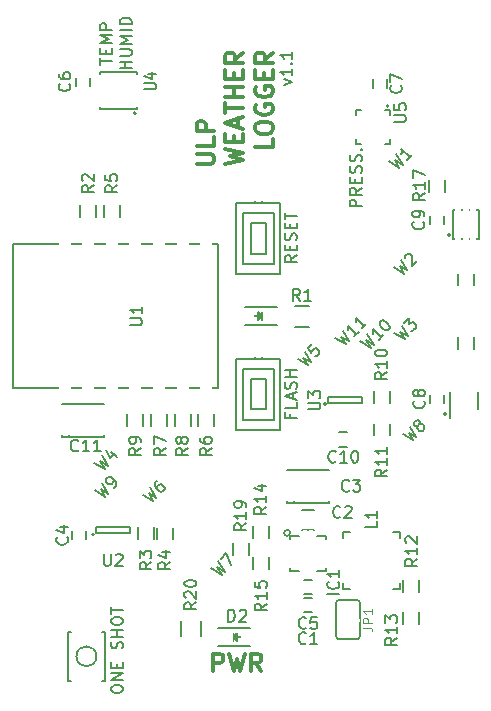
<source format=gto>
G04 #@! TF.FileFunction,Legend,Top*
%FSLAX46Y46*%
G04 Gerber Fmt 4.6, Leading zero omitted, Abs format (unit mm)*
G04 Created by KiCad (PCBNEW 4.0.4-stable) date 2016 December 21, Wednesday 22:04:00*
%MOMM*%
%LPD*%
G01*
G04 APERTURE LIST*
%ADD10C,0.100000*%
%ADD11C,0.300000*%
%ADD12C,0.150000*%
%ADD13C,0.200000*%
%ADD14C,0.127000*%
%ADD15C,0.152400*%
%ADD16C,0.203200*%
%ADD17C,0.120000*%
%ADD18C,0.400000*%
%ADD19O,0.550000X1.000000*%
%ADD20O,1.000000X0.550000*%
%ADD21R,1.040000X0.640000*%
%ADD22R,1.140000X1.390000*%
%ADD23R,2.090720X2.639360*%
%ADD24R,1.338880X1.338880*%
%ADD25R,3.850000X1.350000*%
%ADD26R,1.867200X2.172000*%
%ADD27O,1.867200X2.172000*%
%ADD28R,0.840000X1.440000*%
%ADD29R,0.790000X1.200000*%
%ADD30R,0.940000X0.890000*%
%ADD31R,1.000000X0.800000*%
%ADD32R,1.900000X2.800000*%
%ADD33R,0.890000X0.940000*%
%ADD34R,1.840000X0.940000*%
%ADD35R,1.440000X0.840000*%
%ADD36C,1.640000*%
%ADD37R,1.640000X1.640000*%
%ADD38R,0.990000X0.420000*%
%ADD39R,0.962960X1.340000*%
%ADD40R,0.420000X0.840000*%
%ADD41C,0.724200*%
%ADD42R,0.540000X1.540000*%
%ADD43R,0.540000X1.440000*%
%ADD44R,1.740200X1.308400*%
%ADD45C,2.640000*%
%ADD46C,1.740000*%
%ADD47C,3.000000*%
%ADD48R,1.140000X1.140000*%
G04 APERTURE END LIST*
D10*
D11*
X12478570Y45871428D02*
X13692856Y45871428D01*
X13835713Y45942856D01*
X13907142Y46014285D01*
X13978570Y46157142D01*
X13978570Y46442856D01*
X13907142Y46585714D01*
X13835713Y46657142D01*
X13692856Y46728571D01*
X12478570Y46728571D01*
X13978570Y48157143D02*
X13978570Y47442857D01*
X12478570Y47442857D01*
X13978570Y48657143D02*
X12478570Y48657143D01*
X12478570Y49228571D01*
X12549999Y49371429D01*
X12621428Y49442857D01*
X12764285Y49514286D01*
X12978570Y49514286D01*
X13121428Y49442857D01*
X13192856Y49371429D01*
X13264285Y49228571D01*
X13264285Y48657143D01*
D12*
X19885714Y52571430D02*
X20552381Y52809525D01*
X19885714Y53047621D01*
X20552381Y53952383D02*
X20552381Y53380954D01*
X20552381Y53666668D02*
X19552381Y53666668D01*
X19695238Y53571430D01*
X19790476Y53476192D01*
X19838095Y53380954D01*
X20457143Y54380954D02*
X20504762Y54428573D01*
X20552381Y54380954D01*
X20504762Y54333335D01*
X20457143Y54380954D01*
X20552381Y54380954D01*
X20552381Y55380954D02*
X20552381Y54809525D01*
X20552381Y55095239D02*
X19552381Y55095239D01*
X19695238Y55000001D01*
X19790476Y54904763D01*
X19838095Y54809525D01*
D11*
X14903572Y45885715D02*
X16403572Y46242858D01*
X15332144Y46528572D01*
X16403572Y46814286D01*
X14903572Y47171429D01*
X15617858Y47742858D02*
X15617858Y48242858D01*
X16403572Y48457144D02*
X16403572Y47742858D01*
X14903572Y47742858D01*
X14903572Y48457144D01*
X15975001Y49028572D02*
X15975001Y49742858D01*
X16403572Y48885715D02*
X14903572Y49385715D01*
X16403572Y49885715D01*
X14903572Y50171429D02*
X14903572Y51028572D01*
X16403572Y50600001D02*
X14903572Y50600001D01*
X16403572Y51528572D02*
X14903572Y51528572D01*
X15617858Y51528572D02*
X15617858Y52385715D01*
X16403572Y52385715D02*
X14903572Y52385715D01*
X15617858Y53100001D02*
X15617858Y53600001D01*
X16403572Y53814287D02*
X16403572Y53100001D01*
X14903572Y53100001D01*
X14903572Y53814287D01*
X16403572Y55314287D02*
X15689287Y54814287D01*
X16403572Y54457144D02*
X14903572Y54457144D01*
X14903572Y55028572D01*
X14975001Y55171430D01*
X15046430Y55242858D01*
X15189287Y55314287D01*
X15403572Y55314287D01*
X15546430Y55242858D01*
X15617858Y55171430D01*
X15689287Y55028572D01*
X15689287Y54457144D01*
X18953572Y48028572D02*
X18953572Y47314286D01*
X17453572Y47314286D01*
X17453572Y48814286D02*
X17453572Y49100000D01*
X17525001Y49242858D01*
X17667858Y49385715D01*
X17953572Y49457143D01*
X18453572Y49457143D01*
X18739287Y49385715D01*
X18882144Y49242858D01*
X18953572Y49100000D01*
X18953572Y48814286D01*
X18882144Y48671429D01*
X18739287Y48528572D01*
X18453572Y48457143D01*
X17953572Y48457143D01*
X17667858Y48528572D01*
X17525001Y48671429D01*
X17453572Y48814286D01*
X17525001Y50885715D02*
X17453572Y50742858D01*
X17453572Y50528572D01*
X17525001Y50314287D01*
X17667858Y50171429D01*
X17810715Y50100001D01*
X18096430Y50028572D01*
X18310715Y50028572D01*
X18596430Y50100001D01*
X18739287Y50171429D01*
X18882144Y50314287D01*
X18953572Y50528572D01*
X18953572Y50671429D01*
X18882144Y50885715D01*
X18810715Y50957144D01*
X18310715Y50957144D01*
X18310715Y50671429D01*
X17525001Y52385715D02*
X17453572Y52242858D01*
X17453572Y52028572D01*
X17525001Y51814287D01*
X17667858Y51671429D01*
X17810715Y51600001D01*
X18096430Y51528572D01*
X18310715Y51528572D01*
X18596430Y51600001D01*
X18739287Y51671429D01*
X18882144Y51814287D01*
X18953572Y52028572D01*
X18953572Y52171429D01*
X18882144Y52385715D01*
X18810715Y52457144D01*
X18310715Y52457144D01*
X18310715Y52171429D01*
X18167858Y53100001D02*
X18167858Y53600001D01*
X18953572Y53814287D02*
X18953572Y53100001D01*
X17453572Y53100001D01*
X17453572Y53814287D01*
X18953572Y55314287D02*
X18239287Y54814287D01*
X18953572Y54457144D02*
X17453572Y54457144D01*
X17453572Y55028572D01*
X17525001Y55171430D01*
X17596430Y55242858D01*
X17739287Y55314287D01*
X17953572Y55314287D01*
X18096430Y55242858D01*
X18167858Y55171430D01*
X18239287Y55028572D01*
X18239287Y54457144D01*
X13900000Y2921429D02*
X13900000Y4421429D01*
X14471428Y4421429D01*
X14614286Y4350000D01*
X14685714Y4278571D01*
X14757143Y4135714D01*
X14757143Y3921429D01*
X14685714Y3778571D01*
X14614286Y3707143D01*
X14471428Y3635714D01*
X13900000Y3635714D01*
X15257143Y4421429D02*
X15614286Y2921429D01*
X15900000Y3992857D01*
X16185714Y2921429D01*
X16542857Y4421429D01*
X17971429Y2921429D02*
X17471429Y3635714D01*
X17114286Y2921429D02*
X17114286Y4421429D01*
X17685714Y4421429D01*
X17828572Y4350000D01*
X17900000Y4278571D01*
X17971429Y4135714D01*
X17971429Y3921429D01*
X17900000Y3778571D01*
X17828572Y3707143D01*
X17685714Y3635714D01*
X17114286Y3635714D01*
D12*
X20952381Y38147619D02*
X20476190Y37814285D01*
X20952381Y37576190D02*
X19952381Y37576190D01*
X19952381Y37957143D01*
X20000000Y38052381D01*
X20047619Y38100000D01*
X20142857Y38147619D01*
X20285714Y38147619D01*
X20380952Y38100000D01*
X20428571Y38052381D01*
X20476190Y37957143D01*
X20476190Y37576190D01*
X20428571Y38576190D02*
X20428571Y38909524D01*
X20952381Y39052381D02*
X20952381Y38576190D01*
X19952381Y38576190D01*
X19952381Y39052381D01*
X20904762Y39433333D02*
X20952381Y39576190D01*
X20952381Y39814286D01*
X20904762Y39909524D01*
X20857143Y39957143D01*
X20761905Y40004762D01*
X20666667Y40004762D01*
X20571429Y39957143D01*
X20523810Y39909524D01*
X20476190Y39814286D01*
X20428571Y39623809D01*
X20380952Y39528571D01*
X20333333Y39480952D01*
X20238095Y39433333D01*
X20142857Y39433333D01*
X20047619Y39480952D01*
X20000000Y39528571D01*
X19952381Y39623809D01*
X19952381Y39861905D01*
X20000000Y40004762D01*
X20428571Y40433333D02*
X20428571Y40766667D01*
X20952381Y40909524D02*
X20952381Y40433333D01*
X19952381Y40433333D01*
X19952381Y40909524D01*
X19952381Y41195238D02*
X19952381Y41766667D01*
X20952381Y41480952D02*
X19952381Y41480952D01*
X20428571Y24709524D02*
X20428571Y24376190D01*
X20952381Y24376190D02*
X19952381Y24376190D01*
X19952381Y24852381D01*
X20952381Y25709524D02*
X20952381Y25233333D01*
X19952381Y25233333D01*
X20666667Y25995238D02*
X20666667Y26471429D01*
X20952381Y25900000D02*
X19952381Y26233333D01*
X20952381Y26566667D01*
X20904762Y26852381D02*
X20952381Y26995238D01*
X20952381Y27233334D01*
X20904762Y27328572D01*
X20857143Y27376191D01*
X20761905Y27423810D01*
X20666667Y27423810D01*
X20571429Y27376191D01*
X20523810Y27328572D01*
X20476190Y27233334D01*
X20428571Y27042857D01*
X20380952Y26947619D01*
X20333333Y26900000D01*
X20238095Y26852381D01*
X20142857Y26852381D01*
X20047619Y26900000D01*
X20000000Y26947619D01*
X19952381Y27042857D01*
X19952381Y27280953D01*
X20000000Y27423810D01*
X20952381Y27852381D02*
X19952381Y27852381D01*
X20428571Y27852381D02*
X20428571Y28423810D01*
X20952381Y28423810D02*
X19952381Y28423810D01*
D13*
X5252381Y1342857D02*
X5252381Y1533334D01*
X5300000Y1628572D01*
X5395238Y1723810D01*
X5585714Y1771429D01*
X5919048Y1771429D01*
X6109524Y1723810D01*
X6204762Y1628572D01*
X6252381Y1533334D01*
X6252381Y1342857D01*
X6204762Y1247619D01*
X6109524Y1152381D01*
X5919048Y1104762D01*
X5585714Y1104762D01*
X5395238Y1152381D01*
X5300000Y1247619D01*
X5252381Y1342857D01*
X6252381Y2200000D02*
X5252381Y2200000D01*
X6252381Y2771429D01*
X5252381Y2771429D01*
X5728571Y3247619D02*
X5728571Y3580953D01*
X6252381Y3723810D02*
X6252381Y3247619D01*
X5252381Y3247619D01*
X5252381Y3723810D01*
X6204762Y4866667D02*
X6252381Y5009524D01*
X6252381Y5247620D01*
X6204762Y5342858D01*
X6157143Y5390477D01*
X6061905Y5438096D01*
X5966667Y5438096D01*
X5871429Y5390477D01*
X5823810Y5342858D01*
X5776190Y5247620D01*
X5728571Y5057143D01*
X5680952Y4961905D01*
X5633333Y4914286D01*
X5538095Y4866667D01*
X5442857Y4866667D01*
X5347619Y4914286D01*
X5300000Y4961905D01*
X5252381Y5057143D01*
X5252381Y5295239D01*
X5300000Y5438096D01*
X6252381Y5866667D02*
X5252381Y5866667D01*
X5728571Y5866667D02*
X5728571Y6438096D01*
X6252381Y6438096D02*
X5252381Y6438096D01*
X5252381Y7104762D02*
X5252381Y7295239D01*
X5300000Y7390477D01*
X5395238Y7485715D01*
X5585714Y7533334D01*
X5919048Y7533334D01*
X6109524Y7485715D01*
X6204762Y7390477D01*
X6252381Y7295239D01*
X6252381Y7104762D01*
X6204762Y7009524D01*
X6109524Y6914286D01*
X5919048Y6866667D01*
X5585714Y6866667D01*
X5395238Y6914286D01*
X5300000Y7009524D01*
X5252381Y7104762D01*
X5252381Y7819048D02*
X5252381Y8390477D01*
X6252381Y8104762D02*
X5252381Y8104762D01*
D12*
X26452381Y42295238D02*
X25452381Y42295238D01*
X25452381Y42676191D01*
X25500000Y42771429D01*
X25547619Y42819048D01*
X25642857Y42866667D01*
X25785714Y42866667D01*
X25880952Y42819048D01*
X25928571Y42771429D01*
X25976190Y42676191D01*
X25976190Y42295238D01*
X26452381Y43866667D02*
X25976190Y43533333D01*
X26452381Y43295238D02*
X25452381Y43295238D01*
X25452381Y43676191D01*
X25500000Y43771429D01*
X25547619Y43819048D01*
X25642857Y43866667D01*
X25785714Y43866667D01*
X25880952Y43819048D01*
X25928571Y43771429D01*
X25976190Y43676191D01*
X25976190Y43295238D01*
X25928571Y44295238D02*
X25928571Y44628572D01*
X26452381Y44771429D02*
X26452381Y44295238D01*
X25452381Y44295238D01*
X25452381Y44771429D01*
X26404762Y45152381D02*
X26452381Y45295238D01*
X26452381Y45533334D01*
X26404762Y45628572D01*
X26357143Y45676191D01*
X26261905Y45723810D01*
X26166667Y45723810D01*
X26071429Y45676191D01*
X26023810Y45628572D01*
X25976190Y45533334D01*
X25928571Y45342857D01*
X25880952Y45247619D01*
X25833333Y45200000D01*
X25738095Y45152381D01*
X25642857Y45152381D01*
X25547619Y45200000D01*
X25500000Y45247619D01*
X25452381Y45342857D01*
X25452381Y45580953D01*
X25500000Y45723810D01*
X26404762Y46104762D02*
X26452381Y46247619D01*
X26452381Y46485715D01*
X26404762Y46580953D01*
X26357143Y46628572D01*
X26261905Y46676191D01*
X26166667Y46676191D01*
X26071429Y46628572D01*
X26023810Y46580953D01*
X25976190Y46485715D01*
X25928571Y46295238D01*
X25880952Y46200000D01*
X25833333Y46152381D01*
X25738095Y46104762D01*
X25642857Y46104762D01*
X25547619Y46152381D01*
X25500000Y46200000D01*
X25452381Y46295238D01*
X25452381Y46533334D01*
X25500000Y46676191D01*
X26357143Y47104762D02*
X26404762Y47152381D01*
X26452381Y47104762D01*
X26404762Y47057143D01*
X26357143Y47104762D01*
X26452381Y47104762D01*
X4327381Y54290476D02*
X4327381Y54861905D01*
X5327381Y54576190D02*
X4327381Y54576190D01*
X4803571Y55195238D02*
X4803571Y55528572D01*
X5327381Y55671429D02*
X5327381Y55195238D01*
X4327381Y55195238D01*
X4327381Y55671429D01*
X5327381Y56100000D02*
X4327381Y56100000D01*
X5041667Y56433334D01*
X4327381Y56766667D01*
X5327381Y56766667D01*
X5327381Y57242857D02*
X4327381Y57242857D01*
X4327381Y57623810D01*
X4375000Y57719048D01*
X4422619Y57766667D01*
X4517857Y57814286D01*
X4660714Y57814286D01*
X4755952Y57766667D01*
X4803571Y57719048D01*
X4851190Y57623810D01*
X4851190Y57242857D01*
X6977381Y53980953D02*
X5977381Y53980953D01*
X6453571Y53980953D02*
X6453571Y54552382D01*
X6977381Y54552382D02*
X5977381Y54552382D01*
X5977381Y55028572D02*
X6786905Y55028572D01*
X6882143Y55076191D01*
X6929762Y55123810D01*
X6977381Y55219048D01*
X6977381Y55409525D01*
X6929762Y55504763D01*
X6882143Y55552382D01*
X6786905Y55600001D01*
X5977381Y55600001D01*
X6977381Y56076191D02*
X5977381Y56076191D01*
X6691667Y56409525D01*
X5977381Y56742858D01*
X6977381Y56742858D01*
X6977381Y57219048D02*
X5977381Y57219048D01*
X6977381Y57695238D02*
X5977381Y57695238D01*
X5977381Y57933333D01*
X6025000Y58076191D01*
X6120238Y58171429D01*
X6215476Y58219048D01*
X6405952Y58266667D01*
X6548810Y58266667D01*
X6739286Y58219048D01*
X6834524Y58171429D01*
X6929762Y58076191D01*
X6977381Y57933333D01*
X6977381Y57695238D01*
D13*
X28750000Y50800000D02*
G75*
G03X28750000Y50800000I-100000J0D01*
G01*
D14*
X25950000Y50000000D02*
X25950000Y50450000D01*
X25950000Y50450000D02*
X26400000Y50450000D01*
X26400000Y47550000D02*
X25950000Y47550000D01*
X25950000Y47550000D02*
X25950000Y48000000D01*
X28850000Y48000000D02*
X28850000Y47550000D01*
X28850000Y47550000D02*
X28400000Y47550000D01*
X28850000Y50000000D02*
X28850000Y50450000D01*
X28850000Y50450000D02*
X28400000Y50450000D01*
D12*
X29960295Y9636745D02*
X29960295Y10636745D01*
X31310295Y10636745D02*
X31310295Y9636745D01*
X22423595Y16629566D02*
X21423595Y16629566D01*
X21423595Y14929566D02*
X22423595Y14929566D01*
X20717094Y17203000D02*
X20717094Y19997000D01*
X20145594Y17203000D02*
X23701594Y17203000D01*
X23701594Y17203000D02*
X23701594Y19997000D01*
X23701594Y19997000D02*
X20145594Y19997000D01*
X20145594Y19997000D02*
X20145594Y17203000D01*
X19300000Y33750000D02*
X16600000Y33750000D01*
X19300000Y32250000D02*
X16600000Y32250000D01*
X17800000Y33150000D02*
X17800000Y32900000D01*
X17800000Y32900000D02*
X17950000Y33050000D01*
X18050000Y32650000D02*
X18050000Y33350000D01*
X17700000Y33000000D02*
X17350000Y33000000D01*
X18050000Y33000000D02*
X17700000Y32650000D01*
X17700000Y32650000D02*
X17700000Y33350000D01*
X17700000Y33350000D02*
X18050000Y33000000D01*
D14*
X29700000Y14200000D02*
X29700000Y14700000D01*
X29700000Y14700000D02*
X29100000Y14700000D01*
X29700000Y9900000D02*
X29700000Y10400000D01*
X29700000Y9900000D02*
X29100000Y9900000D01*
X24900000Y14200000D02*
X24900000Y14700000D01*
X24900000Y14700000D02*
X25500000Y14700000D01*
X24900000Y9900000D02*
X24900000Y10400000D01*
X24900000Y9900000D02*
X25500000Y9900000D01*
D12*
X22000000Y32125000D02*
X20800000Y32125000D01*
X20800000Y33875000D02*
X22000000Y33875000D01*
X8866594Y15109178D02*
X8866594Y14109178D01*
X7516594Y14109178D02*
X7516594Y15109178D01*
X10471593Y15105847D02*
X10471593Y14105847D01*
X9121593Y14105847D02*
X9121593Y15105847D01*
X4625000Y41400001D02*
X4625000Y42400001D01*
X5975000Y42400001D02*
X5975000Y41400001D01*
X13975000Y24699999D02*
X13975000Y23699999D01*
X12625000Y23699999D02*
X12625000Y24699999D01*
X8624999Y23700001D02*
X8624999Y24700001D01*
X9974999Y24700001D02*
X9974999Y23700001D01*
X11974999Y24700001D02*
X11974999Y23700001D01*
X10624999Y23700001D02*
X10624999Y24700001D01*
X6624999Y23700000D02*
X6624999Y24700000D01*
X7974999Y24700000D02*
X7974999Y23700000D01*
X27475001Y25665543D02*
X27475001Y26665543D01*
X28825001Y26665543D02*
X28825001Y25665543D01*
X27475000Y22908763D02*
X27475000Y23908763D01*
X28825000Y23908763D02*
X28825000Y22908763D01*
X29960294Y6936747D02*
X29960294Y7936747D01*
X31310294Y7936747D02*
X31310294Y6936747D01*
X17248594Y14192821D02*
X17248594Y15192821D01*
X18598594Y15192821D02*
X18598594Y14192821D01*
X17248594Y11592822D02*
X17248594Y12592822D01*
X18598594Y12592822D02*
X18598594Y11592822D01*
X35925000Y36600000D02*
X35925000Y35600000D01*
X34575000Y35600000D02*
X34575000Y36600000D01*
X33525000Y44550000D02*
X33525000Y43550000D01*
X32175000Y43550000D02*
X32175000Y44550000D01*
X34574999Y30250001D02*
X34574999Y31250001D01*
X35924999Y31250001D02*
X35924999Y30250001D01*
X3800000Y14500000D02*
G75*
G03X3800000Y14500000I-100000J0D01*
G01*
X3950000Y15150000D02*
X3950000Y14650000D01*
X6850000Y15150000D02*
X3950000Y15150000D01*
X6850000Y14650000D02*
X6850000Y15150000D01*
X3950000Y14650000D02*
X6850000Y14650000D01*
X23450001Y25565543D02*
G75*
G03X23450001Y25565543I-100000J0D01*
G01*
X23600001Y26115543D02*
X23600001Y25615543D01*
X26500001Y26115543D02*
X23600001Y26115543D01*
X26500001Y25615543D02*
X26500001Y26115543D01*
X23600001Y25615543D02*
X26500001Y25615543D01*
X1693499Y22803001D02*
X1693499Y25597001D01*
X1121999Y22803001D02*
X4677999Y22803001D01*
X4677999Y22803001D02*
X4677999Y25597001D01*
X4677999Y25597001D02*
X1121999Y25597001D01*
X1121999Y25597001D02*
X1121999Y22803001D01*
X22258888Y7959567D02*
X21558888Y7959567D01*
X21558888Y9159567D02*
X22258888Y9159567D01*
X15548594Y12792821D02*
X15548594Y13792821D01*
X16898594Y13792821D02*
X16898594Y12792821D01*
D13*
X7350000Y50199998D02*
G75*
G03X7350000Y50199998I-100000J0D01*
G01*
D15*
X4300000Y50549998D02*
X7400000Y50549998D01*
X4300000Y53649998D02*
X7400000Y53649998D01*
D12*
X7400000Y53499998D02*
X7400000Y53649998D01*
X4300000Y53499998D02*
X4300000Y53649998D01*
X4300000Y50549998D02*
X4300000Y50699998D01*
X7400000Y50549998D02*
X7400000Y50699998D01*
X1900000Y14150000D02*
X1900000Y14850000D01*
X3100000Y14850000D02*
X3100000Y14150000D01*
X22258888Y9459562D02*
X21558888Y9459562D01*
X21558888Y10659562D02*
X22258888Y10659562D01*
X2250000Y52500000D02*
X2250000Y53200000D01*
X3450000Y53200000D02*
X3450000Y52500000D01*
X27400000Y52350000D02*
X27400000Y53050000D01*
X28600000Y53050000D02*
X28600000Y52350000D01*
X32200000Y25650000D02*
X32200000Y26350000D01*
X33400000Y26350000D02*
X33400000Y25650000D01*
X33450002Y41500000D02*
X33450002Y40800000D01*
X32250002Y40800000D02*
X32250002Y41500000D01*
X24550001Y23158761D02*
X25250001Y23158761D01*
X25250001Y21958761D02*
X24550001Y21958761D01*
X1550000Y2100000D02*
X1850000Y2100000D01*
X1550000Y6300000D02*
X1850000Y6300000D01*
X4750000Y2100000D02*
X4450000Y2100000D01*
X4750000Y6300000D02*
X4450000Y6300000D01*
X1550000Y6300000D02*
X1550000Y2100000D01*
X4750000Y6300000D02*
X4750000Y2100000D01*
X4000000Y4200000D02*
G75*
G03X4000000Y4200000I-850000J0D01*
G01*
X14300000Y5100000D02*
X17000000Y5100000D01*
X14300000Y6600000D02*
X17000000Y6600000D01*
X15800000Y5700000D02*
X15800000Y5950000D01*
X15800000Y5950000D02*
X15650000Y5800000D01*
X15550000Y6200000D02*
X15550000Y5500000D01*
X15900000Y5850000D02*
X16250000Y5850000D01*
X15550000Y5850000D02*
X15900000Y6200000D01*
X15900000Y6200000D02*
X15900000Y5500000D01*
X15900000Y5500000D02*
X15550000Y5850000D01*
X12875001Y7149999D02*
X12875001Y5949999D01*
X11125001Y5949999D02*
X11125001Y7149999D01*
D13*
X16400000Y24250000D02*
X16400000Y28550000D01*
X16400000Y28550000D02*
X19000000Y28550000D01*
X19000000Y28550000D02*
X19000000Y24250000D01*
X19000000Y24250000D02*
X16400000Y24250000D01*
X17050000Y25100000D02*
X17050000Y27700000D01*
X17050000Y27700000D02*
X18350000Y27700000D01*
X18350000Y27700000D02*
X18350000Y25100000D01*
X18350000Y25100000D02*
X17050000Y25100000D01*
X17400000Y29400000D02*
X17400000Y30400000D01*
X17400000Y30400000D02*
X18000000Y30400000D01*
X18000000Y30400000D02*
X18000000Y29400000D01*
X17400000Y23400000D02*
X17400000Y22400000D01*
X17400000Y22400000D02*
X18000000Y22400000D01*
X18000000Y22400000D02*
X18000000Y23400000D01*
X15850000Y29400000D02*
X19550000Y29400000D01*
X19550000Y29400000D02*
X19550000Y23400000D01*
X19550000Y23400000D02*
X15850000Y23400000D01*
X15850000Y23400000D02*
X15850000Y29400000D01*
X16400000Y37450000D02*
X16400000Y41750000D01*
X16400000Y41750000D02*
X19000000Y41750000D01*
X19000000Y41750000D02*
X19000000Y37450000D01*
X19000000Y37450000D02*
X16400000Y37450000D01*
X17050000Y38300000D02*
X17050000Y40900000D01*
X17050000Y40900000D02*
X18350000Y40900000D01*
X18350000Y40900000D02*
X18350000Y38300000D01*
X18350000Y38300000D02*
X17050000Y38300000D01*
X17400000Y42600000D02*
X17400000Y43600000D01*
X17400000Y43600000D02*
X18000000Y43600000D01*
X18000000Y43600000D02*
X18000000Y42600000D01*
X17400000Y36600000D02*
X17400000Y35600000D01*
X17400000Y35600000D02*
X18000000Y35600000D01*
X18000000Y35600000D02*
X18000000Y36600000D01*
X15850000Y42600000D02*
X19550000Y42600000D01*
X19550000Y42600000D02*
X19550000Y36600000D01*
X19550000Y36600000D02*
X15850000Y36600000D01*
X15850000Y36600000D02*
X15850000Y42600000D01*
D16*
X20400000Y14150000D02*
X20400000Y14400000D01*
X21150000Y14400000D02*
X20400000Y14400000D01*
X20400000Y14650000D02*
G75*
G03X20400000Y14650000I-250000J0D01*
G01*
X23400000Y14150000D02*
X23400000Y14400000D01*
X23400000Y14400000D02*
X22650000Y14400000D01*
X22650000Y11400000D02*
X23400000Y11400000D01*
X23400000Y11400000D02*
X23400000Y11650000D01*
X20400000Y11650000D02*
X20400000Y11400000D01*
X20400000Y11400000D02*
X21150000Y11400000D01*
D12*
X33961803Y39850000D02*
G75*
G03X33961803Y39850000I-111803J0D01*
G01*
X34150000Y39550000D02*
X34150000Y41950000D01*
X34150000Y41950000D02*
X36350000Y41950000D01*
X36350000Y41950000D02*
X36350000Y39550000D01*
X36350000Y39550000D02*
X34150000Y39550000D01*
X33641421Y24723333D02*
G75*
G03X33641421Y24723333I-141421J0D01*
G01*
X36300000Y25098333D02*
X36300000Y26548333D01*
X33900000Y24373333D02*
X33900000Y26548333D01*
X2625000Y41399999D02*
X2625000Y42399999D01*
X3975000Y42399999D02*
X3975000Y41399999D01*
D15*
X24284000Y5903000D02*
X24284000Y8697000D01*
X26062000Y5649000D02*
G75*
G03X26316000Y5903000I0J254000D01*
G01*
X26316000Y8697000D02*
G75*
G03X26062000Y8951000I-254000J0D01*
G01*
X24284000Y8697000D02*
G75*
G02X24538000Y8951000I254000J0D01*
G01*
X24538000Y5649000D02*
G75*
G02X24284000Y5903000I0J254000D01*
G01*
X24538000Y5649000D02*
X26062000Y5649000D01*
X24538000Y8951000D02*
X26062000Y8951000D01*
X26316000Y8697000D02*
X26316000Y5903000D01*
D12*
X14300000Y26900000D02*
X-3100000Y26900000D01*
X-3100000Y26900000D02*
X-3100000Y39100000D01*
X-3100000Y39100000D02*
X14300000Y39100000D01*
X14300000Y39100000D02*
X14300000Y26900000D01*
X29202381Y49438095D02*
X30011905Y49438095D01*
X30107143Y49485714D01*
X30154762Y49533333D01*
X30202381Y49628571D01*
X30202381Y49819048D01*
X30154762Y49914286D01*
X30107143Y49961905D01*
X30011905Y50009524D01*
X29202381Y50009524D01*
X29202381Y50961905D02*
X29202381Y50485714D01*
X29678571Y50438095D01*
X29630952Y50485714D01*
X29583333Y50580952D01*
X29583333Y50819048D01*
X29630952Y50914286D01*
X29678571Y50961905D01*
X29773810Y51009524D01*
X30011905Y51009524D01*
X30107143Y50961905D01*
X30154762Y50914286D01*
X30202381Y50819048D01*
X30202381Y50580952D01*
X30154762Y50485714D01*
X30107143Y50438095D01*
X31152381Y12457143D02*
X30676190Y12123809D01*
X31152381Y11885714D02*
X30152381Y11885714D01*
X30152381Y12266667D01*
X30200000Y12361905D01*
X30247619Y12409524D01*
X30342857Y12457143D01*
X30485714Y12457143D01*
X30580952Y12409524D01*
X30628571Y12361905D01*
X30676190Y12266667D01*
X30676190Y11885714D01*
X31152381Y13409524D02*
X31152381Y12838095D01*
X31152381Y13123809D02*
X30152381Y13123809D01*
X30295238Y13028571D01*
X30390476Y12933333D01*
X30438095Y12838095D01*
X30247619Y13790476D02*
X30200000Y13838095D01*
X30152381Y13933333D01*
X30152381Y14171429D01*
X30200000Y14266667D01*
X30247619Y14314286D01*
X30342857Y14361905D01*
X30438095Y14361905D01*
X30580952Y14314286D01*
X31152381Y13742857D01*
X31152381Y14361905D01*
X24656929Y16022423D02*
X24609310Y15974804D01*
X24466453Y15927185D01*
X24371215Y15927185D01*
X24228357Y15974804D01*
X24133119Y16070042D01*
X24085500Y16165280D01*
X24037881Y16355756D01*
X24037881Y16498614D01*
X24085500Y16689090D01*
X24133119Y16784328D01*
X24228357Y16879566D01*
X24371215Y16927185D01*
X24466453Y16927185D01*
X24609310Y16879566D01*
X24656929Y16831947D01*
X25037881Y16831947D02*
X25085500Y16879566D01*
X25180738Y16927185D01*
X25418834Y16927185D01*
X25514072Y16879566D01*
X25561691Y16831947D01*
X25609310Y16736709D01*
X25609310Y16641471D01*
X25561691Y16498614D01*
X24990262Y15927185D01*
X25609310Y15927185D01*
X25392223Y18242857D02*
X25344604Y18195238D01*
X25201747Y18147619D01*
X25106509Y18147619D01*
X24963651Y18195238D01*
X24868413Y18290476D01*
X24820794Y18385714D01*
X24773175Y18576190D01*
X24773175Y18719048D01*
X24820794Y18909524D01*
X24868413Y19004762D01*
X24963651Y19100000D01*
X25106509Y19147619D01*
X25201747Y19147619D01*
X25344604Y19100000D01*
X25392223Y19052381D01*
X25725556Y19147619D02*
X26344604Y19147619D01*
X26011270Y18766667D01*
X26154128Y18766667D01*
X26249366Y18719048D01*
X26296985Y18671429D01*
X26344604Y18576190D01*
X26344604Y18338095D01*
X26296985Y18242857D01*
X26249366Y18195238D01*
X26154128Y18147619D01*
X25868413Y18147619D01*
X25773175Y18195238D01*
X25725556Y18242857D01*
X27752381Y15633334D02*
X27752381Y15157143D01*
X26752381Y15157143D01*
X27752381Y16490477D02*
X27752381Y15919048D01*
X27752381Y16204762D02*
X26752381Y16204762D01*
X26895238Y16109524D01*
X26990476Y16014286D01*
X27038095Y15919048D01*
X21233333Y34297620D02*
X20899999Y34773811D01*
X20661904Y34297620D02*
X20661904Y35297620D01*
X21042857Y35297620D01*
X21138095Y35250001D01*
X21185714Y35202382D01*
X21233333Y35107144D01*
X21233333Y34964287D01*
X21185714Y34869049D01*
X21138095Y34821430D01*
X21042857Y34773811D01*
X20661904Y34773811D01*
X22185714Y34297620D02*
X21614285Y34297620D01*
X21899999Y34297620D02*
X21899999Y35297620D01*
X21804761Y35154763D01*
X21709523Y35059525D01*
X21614285Y35011906D01*
X8652381Y12183332D02*
X8176190Y11849998D01*
X8652381Y11611903D02*
X7652381Y11611903D01*
X7652381Y11992856D01*
X7700000Y12088094D01*
X7747619Y12135713D01*
X7842857Y12183332D01*
X7985714Y12183332D01*
X8080952Y12135713D01*
X8128571Y12088094D01*
X8176190Y11992856D01*
X8176190Y11611903D01*
X7652381Y12516665D02*
X7652381Y13135713D01*
X8033333Y12802379D01*
X8033333Y12945237D01*
X8080952Y13040475D01*
X8128571Y13088094D01*
X8223810Y13135713D01*
X8461905Y13135713D01*
X8557143Y13088094D01*
X8604762Y13040475D01*
X8652381Y12945237D01*
X8652381Y12659522D01*
X8604762Y12564284D01*
X8557143Y12516665D01*
X10252380Y12183333D02*
X9776189Y11849999D01*
X10252380Y11611904D02*
X9252380Y11611904D01*
X9252380Y11992857D01*
X9299999Y12088095D01*
X9347618Y12135714D01*
X9442856Y12183333D01*
X9585713Y12183333D01*
X9680951Y12135714D01*
X9728570Y12088095D01*
X9776189Y11992857D01*
X9776189Y11611904D01*
X9585713Y13040476D02*
X10252380Y13040476D01*
X9204761Y12802380D02*
X9919047Y12564285D01*
X9919047Y13183333D01*
X5752381Y44083334D02*
X5276190Y43750000D01*
X5752381Y43511905D02*
X4752381Y43511905D01*
X4752381Y43892858D01*
X4800000Y43988096D01*
X4847619Y44035715D01*
X4942857Y44083334D01*
X5085714Y44083334D01*
X5180952Y44035715D01*
X5228571Y43988096D01*
X5276190Y43892858D01*
X5276190Y43511905D01*
X4752381Y44988096D02*
X4752381Y44511905D01*
X5228571Y44464286D01*
X5180952Y44511905D01*
X5133333Y44607143D01*
X5133333Y44845239D01*
X5180952Y44940477D01*
X5228571Y44988096D01*
X5323810Y45035715D01*
X5561905Y45035715D01*
X5657143Y44988096D01*
X5704762Y44940477D01*
X5752381Y44845239D01*
X5752381Y44607143D01*
X5704762Y44511905D01*
X5657143Y44464286D01*
X13752381Y21833333D02*
X13276190Y21499999D01*
X13752381Y21261904D02*
X12752381Y21261904D01*
X12752381Y21642857D01*
X12800000Y21738095D01*
X12847619Y21785714D01*
X12942857Y21833333D01*
X13085714Y21833333D01*
X13180952Y21785714D01*
X13228571Y21738095D01*
X13276190Y21642857D01*
X13276190Y21261904D01*
X12752381Y22690476D02*
X12752381Y22499999D01*
X12800000Y22404761D01*
X12847619Y22357142D01*
X12990476Y22261904D01*
X13180952Y22214285D01*
X13561905Y22214285D01*
X13657143Y22261904D01*
X13704762Y22309523D01*
X13752381Y22404761D01*
X13752381Y22595238D01*
X13704762Y22690476D01*
X13657143Y22738095D01*
X13561905Y22785714D01*
X13323810Y22785714D01*
X13228571Y22738095D01*
X13180952Y22690476D01*
X13133333Y22595238D01*
X13133333Y22404761D01*
X13180952Y22309523D01*
X13228571Y22261904D01*
X13323810Y22214285D01*
X9852380Y21833335D02*
X9376189Y21500001D01*
X9852380Y21261906D02*
X8852380Y21261906D01*
X8852380Y21642859D01*
X8899999Y21738097D01*
X8947618Y21785716D01*
X9042856Y21833335D01*
X9185713Y21833335D01*
X9280951Y21785716D01*
X9328570Y21738097D01*
X9376189Y21642859D01*
X9376189Y21261906D01*
X8852380Y22166668D02*
X8852380Y22833335D01*
X9852380Y22404763D01*
X11752380Y21833335D02*
X11276189Y21500001D01*
X11752380Y21261906D02*
X10752380Y21261906D01*
X10752380Y21642859D01*
X10799999Y21738097D01*
X10847618Y21785716D01*
X10942856Y21833335D01*
X11085713Y21833335D01*
X11180951Y21785716D01*
X11228570Y21738097D01*
X11276189Y21642859D01*
X11276189Y21261906D01*
X11180951Y22404763D02*
X11133332Y22309525D01*
X11085713Y22261906D01*
X10990475Y22214287D01*
X10942856Y22214287D01*
X10847618Y22261906D01*
X10799999Y22309525D01*
X10752380Y22404763D01*
X10752380Y22595240D01*
X10799999Y22690478D01*
X10847618Y22738097D01*
X10942856Y22785716D01*
X10990475Y22785716D01*
X11085713Y22738097D01*
X11133332Y22690478D01*
X11180951Y22595240D01*
X11180951Y22404763D01*
X11228570Y22309525D01*
X11276189Y22261906D01*
X11371428Y22214287D01*
X11561904Y22214287D01*
X11657142Y22261906D01*
X11704761Y22309525D01*
X11752380Y22404763D01*
X11752380Y22595240D01*
X11704761Y22690478D01*
X11657142Y22738097D01*
X11561904Y22785716D01*
X11371428Y22785716D01*
X11276189Y22738097D01*
X11228570Y22690478D01*
X11180951Y22595240D01*
X7752380Y21833334D02*
X7276189Y21500000D01*
X7752380Y21261905D02*
X6752380Y21261905D01*
X6752380Y21642858D01*
X6799999Y21738096D01*
X6847618Y21785715D01*
X6942856Y21833334D01*
X7085713Y21833334D01*
X7180951Y21785715D01*
X7228570Y21738096D01*
X7276189Y21642858D01*
X7276189Y21261905D01*
X7752380Y22309524D02*
X7752380Y22500000D01*
X7704761Y22595239D01*
X7657142Y22642858D01*
X7514285Y22738096D01*
X7323809Y22785715D01*
X6942856Y22785715D01*
X6847618Y22738096D01*
X6799999Y22690477D01*
X6752380Y22595239D01*
X6752380Y22404762D01*
X6799999Y22309524D01*
X6847618Y22261905D01*
X6942856Y22214286D01*
X7180951Y22214286D01*
X7276189Y22261905D01*
X7323809Y22309524D01*
X7371428Y22404762D01*
X7371428Y22595239D01*
X7323809Y22690477D01*
X7276189Y22738096D01*
X7180951Y22785715D01*
X28602381Y28257143D02*
X28126190Y27923809D01*
X28602381Y27685714D02*
X27602381Y27685714D01*
X27602381Y28066667D01*
X27650000Y28161905D01*
X27697619Y28209524D01*
X27792857Y28257143D01*
X27935714Y28257143D01*
X28030952Y28209524D01*
X28078571Y28161905D01*
X28126190Y28066667D01*
X28126190Y27685714D01*
X28602381Y29209524D02*
X28602381Y28638095D01*
X28602381Y28923809D02*
X27602381Y28923809D01*
X27745238Y28828571D01*
X27840476Y28733333D01*
X27888095Y28638095D01*
X27602381Y29828571D02*
X27602381Y29923810D01*
X27650000Y30019048D01*
X27697619Y30066667D01*
X27792857Y30114286D01*
X27983333Y30161905D01*
X28221429Y30161905D01*
X28411905Y30114286D01*
X28507143Y30066667D01*
X28554762Y30019048D01*
X28602381Y29923810D01*
X28602381Y29828571D01*
X28554762Y29733333D01*
X28507143Y29685714D01*
X28411905Y29638095D01*
X28221429Y29590476D01*
X27983333Y29590476D01*
X27792857Y29638095D01*
X27697619Y29685714D01*
X27650000Y29733333D01*
X27602381Y29828571D01*
X28602381Y20007143D02*
X28126190Y19673809D01*
X28602381Y19435714D02*
X27602381Y19435714D01*
X27602381Y19816667D01*
X27650000Y19911905D01*
X27697619Y19959524D01*
X27792857Y20007143D01*
X27935714Y20007143D01*
X28030952Y19959524D01*
X28078571Y19911905D01*
X28126190Y19816667D01*
X28126190Y19435714D01*
X28602381Y20959524D02*
X28602381Y20388095D01*
X28602381Y20673809D02*
X27602381Y20673809D01*
X27745238Y20578571D01*
X27840476Y20483333D01*
X27888095Y20388095D01*
X28602381Y21911905D02*
X28602381Y21340476D01*
X28602381Y21626190D02*
X27602381Y21626190D01*
X27745238Y21530952D01*
X27840476Y21435714D01*
X27888095Y21340476D01*
X29452381Y5757143D02*
X28976190Y5423809D01*
X29452381Y5185714D02*
X28452381Y5185714D01*
X28452381Y5566667D01*
X28500000Y5661905D01*
X28547619Y5709524D01*
X28642857Y5757143D01*
X28785714Y5757143D01*
X28880952Y5709524D01*
X28928571Y5661905D01*
X28976190Y5566667D01*
X28976190Y5185714D01*
X29452381Y6709524D02*
X29452381Y6138095D01*
X29452381Y6423809D02*
X28452381Y6423809D01*
X28595238Y6328571D01*
X28690476Y6233333D01*
X28738095Y6138095D01*
X28452381Y7042857D02*
X28452381Y7661905D01*
X28833333Y7328571D01*
X28833333Y7471429D01*
X28880952Y7566667D01*
X28928571Y7614286D01*
X29023810Y7661905D01*
X29261905Y7661905D01*
X29357143Y7614286D01*
X29404762Y7566667D01*
X29452381Y7471429D01*
X29452381Y7185714D01*
X29404762Y7090476D01*
X29357143Y7042857D01*
X18375975Y16849964D02*
X17899784Y16516630D01*
X18375975Y16278535D02*
X17375975Y16278535D01*
X17375975Y16659488D01*
X17423594Y16754726D01*
X17471213Y16802345D01*
X17566451Y16849964D01*
X17709308Y16849964D01*
X17804546Y16802345D01*
X17852165Y16754726D01*
X17899784Y16659488D01*
X17899784Y16278535D01*
X18375975Y17802345D02*
X18375975Y17230916D01*
X18375975Y17516630D02*
X17375975Y17516630D01*
X17518832Y17421392D01*
X17614070Y17326154D01*
X17661689Y17230916D01*
X17709308Y18659488D02*
X18375975Y18659488D01*
X17328356Y18421392D02*
X18042642Y18183297D01*
X18042642Y18802345D01*
X18411269Y8657143D02*
X17935078Y8323809D01*
X18411269Y8085714D02*
X17411269Y8085714D01*
X17411269Y8466667D01*
X17458888Y8561905D01*
X17506507Y8609524D01*
X17601745Y8657143D01*
X17744602Y8657143D01*
X17839840Y8609524D01*
X17887459Y8561905D01*
X17935078Y8466667D01*
X17935078Y8085714D01*
X18411269Y9609524D02*
X18411269Y9038095D01*
X18411269Y9323809D02*
X17411269Y9323809D01*
X17554126Y9228571D01*
X17649364Y9133333D01*
X17696983Y9038095D01*
X17411269Y10514286D02*
X17411269Y10038095D01*
X17887459Y9990476D01*
X17839840Y10038095D01*
X17792221Y10133333D01*
X17792221Y10371429D01*
X17839840Y10466667D01*
X17887459Y10514286D01*
X17982698Y10561905D01*
X18220793Y10561905D01*
X18316031Y10514286D01*
X18363650Y10466667D01*
X18411269Y10371429D01*
X18411269Y10133333D01*
X18363650Y10038095D01*
X18316031Y9990476D01*
X31802381Y43407143D02*
X31326190Y43073809D01*
X31802381Y42835714D02*
X30802381Y42835714D01*
X30802381Y43216667D01*
X30850000Y43311905D01*
X30897619Y43359524D01*
X30992857Y43407143D01*
X31135714Y43407143D01*
X31230952Y43359524D01*
X31278571Y43311905D01*
X31326190Y43216667D01*
X31326190Y42835714D01*
X31802381Y44359524D02*
X31802381Y43788095D01*
X31802381Y44073809D02*
X30802381Y44073809D01*
X30945238Y43978571D01*
X31040476Y43883333D01*
X31088095Y43788095D01*
X30802381Y44692857D02*
X30802381Y45359524D01*
X31802381Y44930952D01*
X4638095Y12847619D02*
X4638095Y12038095D01*
X4685714Y11942857D01*
X4733333Y11895238D01*
X4828571Y11847619D01*
X5019048Y11847619D01*
X5114286Y11895238D01*
X5161905Y11942857D01*
X5209524Y12038095D01*
X5209524Y12847619D01*
X5638095Y12752381D02*
X5685714Y12800000D01*
X5780952Y12847619D01*
X6019048Y12847619D01*
X6114286Y12800000D01*
X6161905Y12752381D01*
X6209524Y12657143D01*
X6209524Y12561905D01*
X6161905Y12419048D01*
X5590476Y11847619D01*
X6209524Y11847619D01*
X21952382Y25103638D02*
X22761906Y25103638D01*
X22857144Y25151257D01*
X22904763Y25198876D01*
X22952382Y25294114D01*
X22952382Y25484591D01*
X22904763Y25579829D01*
X22857144Y25627448D01*
X22761906Y25675067D01*
X21952382Y25675067D01*
X21952382Y26056019D02*
X21952382Y26675067D01*
X22333334Y26341733D01*
X22333334Y26484591D01*
X22380953Y26579829D01*
X22428572Y26627448D01*
X22523811Y26675067D01*
X22761906Y26675067D01*
X22857144Y26627448D01*
X22904763Y26579829D01*
X22952382Y26484591D01*
X22952382Y26198876D01*
X22904763Y26103638D01*
X22857144Y26056019D01*
X2457143Y21642857D02*
X2409524Y21595238D01*
X2266667Y21547619D01*
X2171429Y21547619D01*
X2028571Y21595238D01*
X1933333Y21690476D01*
X1885714Y21785714D01*
X1838095Y21976190D01*
X1838095Y22119048D01*
X1885714Y22309524D01*
X1933333Y22404762D01*
X2028571Y22500000D01*
X2171429Y22547619D01*
X2266667Y22547619D01*
X2409524Y22500000D01*
X2457143Y22452381D01*
X3409524Y21547619D02*
X2838095Y21547619D01*
X3123809Y21547619D02*
X3123809Y22547619D01*
X3028571Y22404762D01*
X2933333Y22309524D01*
X2838095Y22261905D01*
X4361905Y21547619D02*
X3790476Y21547619D01*
X4076190Y21547619D02*
X4076190Y22547619D01*
X3980952Y22404762D01*
X3885714Y22309524D01*
X3790476Y22261905D01*
X21733334Y5322857D02*
X21685715Y5275238D01*
X21542858Y5227619D01*
X21447620Y5227619D01*
X21304762Y5275238D01*
X21209524Y5370476D01*
X21161905Y5465714D01*
X21114286Y5656190D01*
X21114286Y5799048D01*
X21161905Y5989524D01*
X21209524Y6084762D01*
X21304762Y6180000D01*
X21447620Y6227619D01*
X21542858Y6227619D01*
X21685715Y6180000D01*
X21733334Y6132381D01*
X22685715Y5227619D02*
X22114286Y5227619D01*
X22400000Y5227619D02*
X22400000Y6227619D01*
X22304762Y6084762D01*
X22209524Y5989524D01*
X22114286Y5941905D01*
X16675975Y15449964D02*
X16199784Y15116630D01*
X16675975Y14878535D02*
X15675975Y14878535D01*
X15675975Y15259488D01*
X15723594Y15354726D01*
X15771213Y15402345D01*
X15866451Y15449964D01*
X16009308Y15449964D01*
X16104546Y15402345D01*
X16152165Y15354726D01*
X16199784Y15259488D01*
X16199784Y14878535D01*
X16675975Y16402345D02*
X16675975Y15830916D01*
X16675975Y16116630D02*
X15675975Y16116630D01*
X15818832Y16021392D01*
X15914070Y15926154D01*
X15961689Y15830916D01*
X16675975Y16878535D02*
X16675975Y17069011D01*
X16628356Y17164250D01*
X16580737Y17211869D01*
X16437880Y17307107D01*
X16247404Y17354726D01*
X15866451Y17354726D01*
X15771213Y17307107D01*
X15723594Y17259488D01*
X15675975Y17164250D01*
X15675975Y16973773D01*
X15723594Y16878535D01*
X15771213Y16830916D01*
X15866451Y16783297D01*
X16104546Y16783297D01*
X16199784Y16830916D01*
X16247404Y16878535D01*
X16295023Y16973773D01*
X16295023Y17164250D01*
X16247404Y17259488D01*
X16199784Y17307107D01*
X16104546Y17354726D01*
X8052381Y52214286D02*
X8861905Y52214286D01*
X8957143Y52257143D01*
X9004762Y52300000D01*
X9052381Y52385714D01*
X9052381Y52557143D01*
X9004762Y52642857D01*
X8957143Y52685714D01*
X8861905Y52728571D01*
X8052381Y52728571D01*
X8385714Y53542857D02*
X9052381Y53542857D01*
X8004762Y53328571D02*
X8719048Y53114286D01*
X8719048Y53671428D01*
X1507143Y14283334D02*
X1554762Y14235715D01*
X1602381Y14092858D01*
X1602381Y13997620D01*
X1554762Y13854762D01*
X1459524Y13759524D01*
X1364286Y13711905D01*
X1173810Y13664286D01*
X1030952Y13664286D01*
X840476Y13711905D01*
X745238Y13759524D01*
X650000Y13854762D01*
X602381Y13997620D01*
X602381Y14092858D01*
X650000Y14235715D01*
X697619Y14283334D01*
X935714Y15140477D02*
X1602381Y15140477D01*
X554762Y14902381D02*
X1269048Y14664286D01*
X1269048Y15283334D01*
X21733334Y6622857D02*
X21685715Y6575238D01*
X21542858Y6527619D01*
X21447620Y6527619D01*
X21304762Y6575238D01*
X21209524Y6670476D01*
X21161905Y6765714D01*
X21114286Y6956190D01*
X21114286Y7099048D01*
X21161905Y7289524D01*
X21209524Y7384762D01*
X21304762Y7480000D01*
X21447620Y7527619D01*
X21542858Y7527619D01*
X21685715Y7480000D01*
X21733334Y7432381D01*
X22638096Y7527619D02*
X22161905Y7527619D01*
X22114286Y7051429D01*
X22161905Y7099048D01*
X22257143Y7146667D01*
X22495239Y7146667D01*
X22590477Y7099048D01*
X22638096Y7051429D01*
X22685715Y6956190D01*
X22685715Y6718095D01*
X22638096Y6622857D01*
X22590477Y6575238D01*
X22495239Y6527619D01*
X22257143Y6527619D01*
X22161905Y6575238D01*
X22114286Y6622857D01*
X1707143Y52683334D02*
X1754762Y52635715D01*
X1802381Y52492858D01*
X1802381Y52397620D01*
X1754762Y52254762D01*
X1659524Y52159524D01*
X1564286Y52111905D01*
X1373810Y52064286D01*
X1230952Y52064286D01*
X1040476Y52111905D01*
X945238Y52159524D01*
X850000Y52254762D01*
X802381Y52397620D01*
X802381Y52492858D01*
X850000Y52635715D01*
X897619Y52683334D01*
X802381Y53540477D02*
X802381Y53350000D01*
X850000Y53254762D01*
X897619Y53207143D01*
X1040476Y53111905D01*
X1230952Y53064286D01*
X1611905Y53064286D01*
X1707143Y53111905D01*
X1754762Y53159524D01*
X1802381Y53254762D01*
X1802381Y53445239D01*
X1754762Y53540477D01*
X1707143Y53588096D01*
X1611905Y53635715D01*
X1373810Y53635715D01*
X1278571Y53588096D01*
X1230952Y53540477D01*
X1183333Y53445239D01*
X1183333Y53254762D01*
X1230952Y53159524D01*
X1278571Y53111905D01*
X1373810Y53064286D01*
X29757143Y52533334D02*
X29804762Y52485715D01*
X29852381Y52342858D01*
X29852381Y52247620D01*
X29804762Y52104762D01*
X29709524Y52009524D01*
X29614286Y51961905D01*
X29423810Y51914286D01*
X29280952Y51914286D01*
X29090476Y51961905D01*
X28995238Y52009524D01*
X28900000Y52104762D01*
X28852381Y52247620D01*
X28852381Y52342858D01*
X28900000Y52485715D01*
X28947619Y52533334D01*
X28852381Y52866667D02*
X28852381Y53533334D01*
X29852381Y53104762D01*
X31707143Y25833334D02*
X31754762Y25785715D01*
X31802381Y25642858D01*
X31802381Y25547620D01*
X31754762Y25404762D01*
X31659524Y25309524D01*
X31564286Y25261905D01*
X31373810Y25214286D01*
X31230952Y25214286D01*
X31040476Y25261905D01*
X30945238Y25309524D01*
X30850000Y25404762D01*
X30802381Y25547620D01*
X30802381Y25642858D01*
X30850000Y25785715D01*
X30897619Y25833334D01*
X31230952Y26404762D02*
X31183333Y26309524D01*
X31135714Y26261905D01*
X31040476Y26214286D01*
X30992857Y26214286D01*
X30897619Y26261905D01*
X30850000Y26309524D01*
X30802381Y26404762D01*
X30802381Y26595239D01*
X30850000Y26690477D01*
X30897619Y26738096D01*
X30992857Y26785715D01*
X31040476Y26785715D01*
X31135714Y26738096D01*
X31183333Y26690477D01*
X31230952Y26595239D01*
X31230952Y26404762D01*
X31278571Y26309524D01*
X31326190Y26261905D01*
X31421429Y26214286D01*
X31611905Y26214286D01*
X31707143Y26261905D01*
X31754762Y26309524D01*
X31802381Y26404762D01*
X31802381Y26595239D01*
X31754762Y26690477D01*
X31707143Y26738096D01*
X31611905Y26785715D01*
X31421429Y26785715D01*
X31326190Y26738096D01*
X31278571Y26690477D01*
X31230952Y26595239D01*
X31657143Y40983334D02*
X31704762Y40935715D01*
X31752381Y40792858D01*
X31752381Y40697620D01*
X31704762Y40554762D01*
X31609524Y40459524D01*
X31514286Y40411905D01*
X31323810Y40364286D01*
X31180952Y40364286D01*
X30990476Y40411905D01*
X30895238Y40459524D01*
X30800000Y40554762D01*
X30752381Y40697620D01*
X30752381Y40792858D01*
X30800000Y40935715D01*
X30847619Y40983334D01*
X31752381Y41459524D02*
X31752381Y41650000D01*
X31704762Y41745239D01*
X31657143Y41792858D01*
X31514286Y41888096D01*
X31323810Y41935715D01*
X30942857Y41935715D01*
X30847619Y41888096D01*
X30800000Y41840477D01*
X30752381Y41745239D01*
X30752381Y41554762D01*
X30800000Y41459524D01*
X30847619Y41411905D01*
X30942857Y41364286D01*
X31180952Y41364286D01*
X31276190Y41411905D01*
X31323810Y41459524D01*
X31371429Y41554762D01*
X31371429Y41745239D01*
X31323810Y41840477D01*
X31276190Y41888096D01*
X31180952Y41935715D01*
X24257144Y20701618D02*
X24209525Y20653999D01*
X24066668Y20606380D01*
X23971430Y20606380D01*
X23828572Y20653999D01*
X23733334Y20749237D01*
X23685715Y20844475D01*
X23638096Y21034951D01*
X23638096Y21177809D01*
X23685715Y21368285D01*
X23733334Y21463523D01*
X23828572Y21558761D01*
X23971430Y21606380D01*
X24066668Y21606380D01*
X24209525Y21558761D01*
X24257144Y21511142D01*
X25209525Y20606380D02*
X24638096Y20606380D01*
X24923810Y20606380D02*
X24923810Y21606380D01*
X24828572Y21463523D01*
X24733334Y21368285D01*
X24638096Y21320666D01*
X25828572Y21606380D02*
X25923811Y21606380D01*
X26019049Y21558761D01*
X26066668Y21511142D01*
X26114287Y21415904D01*
X26161906Y21225428D01*
X26161906Y20987332D01*
X26114287Y20796856D01*
X26066668Y20701618D01*
X26019049Y20653999D01*
X25923811Y20606380D01*
X25828572Y20606380D01*
X25733334Y20653999D01*
X25685715Y20701618D01*
X25638096Y20796856D01*
X25590477Y20987332D01*
X25590477Y21225428D01*
X25638096Y21415904D01*
X25685715Y21511142D01*
X25733334Y21558761D01*
X25828572Y21606380D01*
X15161905Y7147619D02*
X15161905Y8147619D01*
X15400000Y8147619D01*
X15542858Y8100000D01*
X15638096Y8004762D01*
X15685715Y7909524D01*
X15733334Y7719048D01*
X15733334Y7576190D01*
X15685715Y7385714D01*
X15638096Y7290476D01*
X15542858Y7195238D01*
X15400000Y7147619D01*
X15161905Y7147619D01*
X16114286Y8052381D02*
X16161905Y8100000D01*
X16257143Y8147619D01*
X16495239Y8147619D01*
X16590477Y8100000D01*
X16638096Y8052381D01*
X16685715Y7957143D01*
X16685715Y7861905D01*
X16638096Y7719048D01*
X16066667Y7147619D01*
X16685715Y7147619D01*
X12452381Y8757143D02*
X11976190Y8423809D01*
X12452381Y8185714D02*
X11452381Y8185714D01*
X11452381Y8566667D01*
X11500000Y8661905D01*
X11547619Y8709524D01*
X11642857Y8757143D01*
X11785714Y8757143D01*
X11880952Y8709524D01*
X11928571Y8661905D01*
X11976190Y8566667D01*
X11976190Y8185714D01*
X11547619Y9138095D02*
X11500000Y9185714D01*
X11452381Y9280952D01*
X11452381Y9519048D01*
X11500000Y9614286D01*
X11547619Y9661905D01*
X11642857Y9709524D01*
X11738095Y9709524D01*
X11880952Y9661905D01*
X12452381Y9090476D01*
X12452381Y9709524D01*
X11452381Y10328571D02*
X11452381Y10423810D01*
X11500000Y10519048D01*
X11547619Y10566667D01*
X11642857Y10614286D01*
X11833333Y10661905D01*
X12071429Y10661905D01*
X12261905Y10614286D01*
X12357143Y10566667D01*
X12404762Y10519048D01*
X12452381Y10423810D01*
X12452381Y10328571D01*
X12404762Y10233333D01*
X12357143Y10185714D01*
X12261905Y10138095D01*
X12071429Y10090476D01*
X11833333Y10090476D01*
X11642857Y10138095D01*
X11547619Y10185714D01*
X11500000Y10233333D01*
X11452381Y10328571D01*
X21023012Y29397462D02*
X21898477Y28858714D01*
X21528088Y29498478D01*
X22167851Y29128088D01*
X21629103Y30003553D01*
X22235195Y30609645D02*
X21898477Y30272927D01*
X22201522Y29902538D01*
X22201522Y29969882D01*
X22235194Y30070897D01*
X22403553Y30239256D01*
X22504569Y30272928D01*
X22571912Y30272928D01*
X22672928Y30239255D01*
X22841286Y30070897D01*
X22874958Y29969882D01*
X22874958Y29902538D01*
X22841286Y29801523D01*
X22672927Y29633164D01*
X22571912Y29599492D01*
X22504569Y29599492D01*
X7923012Y17897462D02*
X8798477Y17358714D01*
X8428088Y17998478D01*
X9067851Y17628088D01*
X8529103Y18503553D01*
X9101523Y19075973D02*
X8966836Y18941286D01*
X8933164Y18840271D01*
X8933164Y18772927D01*
X8966836Y18604569D01*
X9067851Y18436210D01*
X9337225Y18166836D01*
X9438240Y18133164D01*
X9505584Y18133164D01*
X9606599Y18166836D01*
X9741286Y18301523D01*
X9774958Y18402538D01*
X9774958Y18469882D01*
X9741286Y18570897D01*
X9572928Y18739255D01*
X9471912Y18772928D01*
X9404569Y18772928D01*
X9303553Y18739256D01*
X9168866Y18604569D01*
X9135194Y18503553D01*
X9135194Y18436210D01*
X9168867Y18335194D01*
X13723012Y11647462D02*
X14598477Y11108714D01*
X14228088Y11748478D01*
X14867851Y11378088D01*
X14329103Y12253553D01*
X14531133Y12455584D02*
X15002538Y12926988D01*
X15406599Y11916836D01*
X29923012Y23047462D02*
X30798477Y22508714D01*
X30428088Y23148478D01*
X31067851Y22778088D01*
X30529103Y23653553D01*
X31202538Y23720897D02*
X31101522Y23687225D01*
X31034179Y23687225D01*
X30933164Y23720897D01*
X30899492Y23754569D01*
X30865820Y23855584D01*
X30865820Y23922927D01*
X30899492Y24023942D01*
X31034180Y24158630D01*
X31135195Y24192302D01*
X31202538Y24192302D01*
X31303553Y24158630D01*
X31337225Y24124958D01*
X31370897Y24023943D01*
X31370897Y23956600D01*
X31337225Y23855584D01*
X31202538Y23720897D01*
X31168866Y23619882D01*
X31168866Y23552538D01*
X31202538Y23451522D01*
X31337225Y23316836D01*
X31438240Y23283164D01*
X31505584Y23283164D01*
X31606599Y23316836D01*
X31741286Y23451523D01*
X31774958Y23552538D01*
X31774958Y23619882D01*
X31741286Y23720897D01*
X31606600Y23855584D01*
X31505584Y23889256D01*
X31438240Y23889256D01*
X31337225Y23855584D01*
X3873012Y18247462D02*
X4748477Y17708714D01*
X4378088Y18348478D01*
X5017851Y17978088D01*
X4479103Y18853553D01*
X5489255Y18449492D02*
X5623942Y18584179D01*
X5657615Y18685195D01*
X5657615Y18752538D01*
X5623943Y18920897D01*
X5522928Y19089255D01*
X5253553Y19358630D01*
X5152538Y19392302D01*
X5085195Y19392302D01*
X4984180Y19358630D01*
X4849492Y19223942D01*
X4815820Y19122927D01*
X4815820Y19055584D01*
X4849492Y18954569D01*
X5017851Y18786210D01*
X5118866Y18752538D01*
X5186210Y18752538D01*
X5287225Y18786209D01*
X5421913Y18920897D01*
X5455584Y19021912D01*
X5455584Y19089256D01*
X5421912Y19190271D01*
X26336294Y30860745D02*
X27211760Y30321996D01*
X26841371Y30961760D01*
X27481134Y30591371D01*
X26942386Y31466836D01*
X28289256Y31399493D02*
X27885195Y30995431D01*
X28087225Y31197462D02*
X27380118Y31904569D01*
X27413790Y31736210D01*
X27413790Y31601523D01*
X27380118Y31500508D01*
X28019882Y32544332D02*
X28087226Y32611676D01*
X28188241Y32645348D01*
X28255584Y32645348D01*
X28356600Y32611676D01*
X28524958Y32510661D01*
X28693317Y32342302D01*
X28794333Y32173943D01*
X28828004Y32072928D01*
X28828004Y32005584D01*
X28794333Y31904569D01*
X28726988Y31837225D01*
X28625973Y31803553D01*
X28558630Y31803553D01*
X28457615Y31837225D01*
X28289256Y31938240D01*
X28120897Y32106600D01*
X28019882Y32274958D01*
X27986210Y32375973D01*
X27986210Y32443317D01*
X28019882Y32544332D01*
X24236294Y31160745D02*
X25111760Y30621996D01*
X24741371Y31261760D01*
X25381134Y30891371D01*
X24842386Y31766836D01*
X26189256Y31699493D02*
X25785195Y31295431D01*
X25987225Y31497462D02*
X25280118Y32204569D01*
X25313790Y32036210D01*
X25313790Y31901523D01*
X25280118Y31800508D01*
X26862691Y32372928D02*
X26458630Y31968867D01*
X26660660Y32170897D02*
X25953553Y32878004D01*
X25987225Y32709645D01*
X25987225Y32574958D01*
X25953553Y32473943D01*
X28773012Y46097462D02*
X29648477Y45558714D01*
X29278088Y46198478D01*
X29917851Y45828088D01*
X29379103Y46703553D01*
X30725973Y46636210D02*
X30321912Y46232149D01*
X30523942Y46434179D02*
X29816836Y47141286D01*
X29850507Y46972927D01*
X29850507Y46838240D01*
X29816836Y46737225D01*
X29223012Y31597462D02*
X30098477Y31058714D01*
X29728088Y31698478D01*
X30367851Y31328088D01*
X29829103Y32203553D01*
X30031133Y32405584D02*
X30468867Y32843317D01*
X30502538Y32338240D01*
X30603553Y32439256D01*
X30704569Y32472928D01*
X30771912Y32472928D01*
X30872928Y32439255D01*
X31041286Y32270897D01*
X31074958Y32169882D01*
X31074958Y32102538D01*
X31041286Y32001523D01*
X30839255Y31799492D01*
X30738240Y31765820D01*
X30670897Y31765820D01*
X29173013Y37147462D02*
X30048478Y36608714D01*
X29678089Y37248478D01*
X30317852Y36878088D01*
X29779104Y37753553D01*
X30082150Y37921912D02*
X30082150Y37989255D01*
X30115821Y38090271D01*
X30284181Y38258630D01*
X30385196Y38292302D01*
X30452539Y38292302D01*
X30553554Y38258630D01*
X30620898Y38191286D01*
X30688241Y38056600D01*
X30688241Y37248477D01*
X31125974Y37686210D01*
X3823012Y20597462D02*
X4698477Y20058714D01*
X4328088Y20698478D01*
X4967851Y20328088D01*
X4429103Y21203553D01*
X5237225Y21540271D02*
X5708630Y21068867D01*
X4799492Y21641286D02*
X5136210Y20967851D01*
X5573943Y21405584D01*
X24552381Y9473810D02*
X23552381Y9473810D01*
X24457143Y10521429D02*
X24504762Y10473810D01*
X24552381Y10330953D01*
X24552381Y10235715D01*
X24504762Y10092857D01*
X24409524Y9997619D01*
X24314286Y9950000D01*
X24123810Y9902381D01*
X23980952Y9902381D01*
X23790476Y9950000D01*
X23695238Y9997619D01*
X23600000Y10092857D01*
X23552381Y10235715D01*
X23552381Y10330953D01*
X23600000Y10473810D01*
X23647619Y10521429D01*
X24552381Y11473810D02*
X24552381Y10902381D01*
X24552381Y11188095D02*
X23552381Y11188095D01*
X23695238Y11092857D01*
X23790476Y10997619D01*
X23838095Y10902381D01*
X3752381Y44083334D02*
X3276190Y43750000D01*
X3752381Y43511905D02*
X2752381Y43511905D01*
X2752381Y43892858D01*
X2800000Y43988096D01*
X2847619Y44035715D01*
X2942857Y44083334D01*
X3085714Y44083334D01*
X3180952Y44035715D01*
X3228571Y43988096D01*
X3276190Y43892858D01*
X3276190Y43511905D01*
X2847619Y44464286D02*
X2800000Y44511905D01*
X2752381Y44607143D01*
X2752381Y44845239D01*
X2800000Y44940477D01*
X2847619Y44988096D01*
X2942857Y45035715D01*
X3038095Y45035715D01*
X3180952Y44988096D01*
X3752381Y44416667D01*
X3752381Y45035715D01*
D17*
X26561905Y6633334D02*
X27133333Y6633334D01*
X27247619Y6595238D01*
X27323810Y6519048D01*
X27361905Y6404762D01*
X27361905Y6328572D01*
X27361905Y7014286D02*
X26561905Y7014286D01*
X26561905Y7319048D01*
X26600000Y7395239D01*
X26638095Y7433334D01*
X26714286Y7471429D01*
X26828571Y7471429D01*
X26904762Y7433334D01*
X26942857Y7395239D01*
X26980952Y7319048D01*
X26980952Y7014286D01*
X27361905Y8233334D02*
X27361905Y7776191D01*
X27361905Y8004762D02*
X26561905Y8004762D01*
X26676190Y7928572D01*
X26752381Y7852381D01*
X26790476Y7776191D01*
D12*
X6852381Y32238095D02*
X7661905Y32238095D01*
X7757143Y32285714D01*
X7804762Y32333333D01*
X7852381Y32428571D01*
X7852381Y32619048D01*
X7804762Y32714286D01*
X7757143Y32761905D01*
X7661905Y32809524D01*
X6852381Y32809524D01*
X7852381Y33809524D02*
X7852381Y33238095D01*
X7852381Y33523809D02*
X6852381Y33523809D01*
X6995238Y33428571D01*
X7090476Y33333333D01*
X7138095Y33238095D01*
%LPC*%
D18*
X24500000Y7300000D02*
X26050000Y7300000D01*
D12*
X28928571Y62322619D02*
X28880952Y62275000D01*
X28785714Y62227381D01*
X28547618Y62227381D01*
X28452380Y62275000D01*
X28404761Y62322619D01*
X28357142Y62417857D01*
X28357142Y62513095D01*
X28404761Y62655952D01*
X28976190Y63227381D01*
X28357142Y63227381D01*
X27738095Y62227381D02*
X27642856Y62227381D01*
X27547618Y62275000D01*
X27499999Y62322619D01*
X27452380Y62417857D01*
X27404761Y62608333D01*
X27404761Y62846429D01*
X27452380Y63036905D01*
X27499999Y63132143D01*
X27547618Y63179762D01*
X27642856Y63227381D01*
X27738095Y63227381D01*
X27833333Y63179762D01*
X27880952Y63132143D01*
X27928571Y63036905D01*
X27976190Y62846429D01*
X27976190Y62608333D01*
X27928571Y62417857D01*
X27880952Y62322619D01*
X27833333Y62275000D01*
X27738095Y62227381D01*
X26452380Y63227381D02*
X27023809Y63227381D01*
X26738095Y63227381D02*
X26738095Y62227381D01*
X26833333Y62370238D01*
X26928571Y62465476D01*
X27023809Y62513095D01*
X25595237Y62227381D02*
X25785714Y62227381D01*
X25880952Y62275000D01*
X25928571Y62322619D01*
X26023809Y62465476D01*
X26071428Y62655952D01*
X26071428Y63036905D01*
X26023809Y63132143D01*
X25976190Y63179762D01*
X25880952Y63227381D01*
X25690475Y63227381D01*
X25595237Y63179762D01*
X25547618Y63132143D01*
X25499999Y63036905D01*
X25499999Y62798810D01*
X25547618Y62703571D01*
X25595237Y62655952D01*
X25690475Y62608333D01*
X25880952Y62608333D01*
X25976190Y62655952D01*
X26023809Y62703571D01*
X26071428Y62798810D01*
X25023809Y63179762D02*
X25023809Y63227381D01*
X25071428Y63322619D01*
X25119047Y63370238D01*
X23833333Y63227381D02*
X23833333Y62227381D01*
X23261904Y63227381D01*
X23261904Y62227381D01*
X22642857Y63227381D02*
X22738095Y63179762D01*
X22785714Y63132143D01*
X22833333Y63036905D01*
X22833333Y62751190D01*
X22785714Y62655952D01*
X22738095Y62608333D01*
X22642857Y62560714D01*
X22499999Y62560714D01*
X22404761Y62608333D01*
X22357142Y62655952D01*
X22309523Y62751190D01*
X22309523Y63036905D01*
X22357142Y63132143D01*
X22404761Y63179762D01*
X22499999Y63227381D01*
X22642857Y63227381D01*
X21976190Y62560714D02*
X21738095Y63227381D01*
X21499999Y62560714D01*
X21119047Y63132143D02*
X21071428Y63179762D01*
X21119047Y63227381D01*
X21166666Y63179762D01*
X21119047Y63132143D01*
X21119047Y63227381D01*
X30619047Y64877381D02*
X30619047Y63877381D01*
X30285713Y64591667D01*
X29952380Y63877381D01*
X29952380Y64877381D01*
X29476190Y64782143D02*
X29428571Y64829762D01*
X29476190Y64877381D01*
X29523809Y64829762D01*
X29476190Y64782143D01*
X29476190Y64877381D01*
X28238095Y64877381D02*
X28238095Y63877381D01*
X28238095Y64353571D02*
X27666666Y64353571D01*
X27666666Y64877381D02*
X27666666Y63877381D01*
X26761904Y64877381D02*
X26761904Y64353571D01*
X26809523Y64258333D01*
X26904761Y64210714D01*
X27095238Y64210714D01*
X27190476Y64258333D01*
X26761904Y64829762D02*
X26857142Y64877381D01*
X27095238Y64877381D01*
X27190476Y64829762D01*
X27238095Y64734524D01*
X27238095Y64639286D01*
X27190476Y64544048D01*
X27095238Y64496429D01*
X26857142Y64496429D01*
X26761904Y64448810D01*
X26285714Y64877381D02*
X26285714Y64210714D01*
X26285714Y64305952D02*
X26238095Y64258333D01*
X26142857Y64210714D01*
X25999999Y64210714D01*
X25904761Y64258333D01*
X25857142Y64353571D01*
X25857142Y64877381D01*
X25857142Y64353571D02*
X25809523Y64258333D01*
X25714285Y64210714D01*
X25571428Y64210714D01*
X25476190Y64258333D01*
X25428571Y64353571D01*
X25428571Y64877381D01*
X24952381Y64877381D02*
X24952381Y64210714D01*
X24952381Y63877381D02*
X25000000Y63925000D01*
X24952381Y63972619D01*
X24904762Y63925000D01*
X24952381Y63877381D01*
X24952381Y63972619D01*
X24619048Y64210714D02*
X24238096Y64210714D01*
X24476191Y63877381D02*
X24476191Y64734524D01*
X24428572Y64829762D01*
X24333334Y64877381D01*
X24238096Y64877381D01*
X22952381Y64401190D02*
X22952381Y64877381D01*
X23285714Y63877381D02*
X22952381Y64401190D01*
X22619047Y63877381D01*
X22333333Y64591667D02*
X21857142Y64591667D01*
X22428571Y64877381D02*
X22095238Y63877381D01*
X21761904Y64877381D01*
X21428571Y64877381D02*
X21428571Y63877381D01*
X20857142Y64877381D01*
X20857142Y63877381D01*
X20380952Y64877381D02*
X20380952Y63877381D01*
X19904762Y64877381D02*
X19904762Y63877381D01*
X19333333Y64877381D02*
X19761905Y64305952D01*
X19333333Y63877381D02*
X19904762Y64448810D01*
D19*
X27700000Y50100000D03*
X27100000Y50100000D03*
X27100000Y47900000D03*
X27700000Y47900000D03*
D20*
X26300000Y49600000D03*
X26300000Y49000000D03*
X26300000Y48400000D03*
X28500000Y48400000D03*
X28500000Y49000000D03*
X28500000Y49600000D03*
D21*
X30635295Y10886745D03*
X30635295Y9386745D03*
D22*
X20923595Y15779566D03*
X22923595Y15779566D03*
D23*
X20399594Y18600000D03*
X23447594Y18600000D03*
D24*
X16650980Y33000000D03*
X18749020Y33000000D03*
D25*
X27300000Y10900000D03*
X27300000Y13700000D03*
D26*
X9990001Y63800000D03*
D27*
X7450001Y63800000D03*
X4910001Y63800000D03*
X2370001Y63800000D03*
D28*
X20450000Y33000000D03*
X22350000Y33000000D03*
D21*
X8191594Y13859178D03*
X8191594Y15359178D03*
X9796593Y13855847D03*
X9796593Y15355847D03*
X5300000Y42650001D03*
X5300000Y41150001D03*
X13300000Y23449999D03*
X13300000Y24949999D03*
X9299999Y24950001D03*
X9299999Y23450001D03*
X11299999Y23450001D03*
X11299999Y24950001D03*
X7299999Y24950000D03*
X7299999Y23450000D03*
X28150001Y26915543D03*
X28150001Y25415543D03*
X28150000Y24158763D03*
X28150000Y22658763D03*
X30635294Y8186747D03*
X30635294Y6686747D03*
X17923594Y15442821D03*
X17923594Y13942821D03*
X17923594Y12842822D03*
X17923594Y11342822D03*
X35250000Y35350000D03*
X35250000Y36850000D03*
X32850000Y43300000D03*
X32850000Y44800000D03*
X35249999Y31500001D03*
X35249999Y30000001D03*
D29*
X4450000Y13800000D03*
X5400000Y13800000D03*
X6350000Y13800000D03*
X6350000Y16000000D03*
X4450000Y16000000D03*
X5400000Y16000000D03*
X24100001Y24765543D03*
X25050001Y24765543D03*
X26000001Y24765543D03*
X26000001Y26965543D03*
X24100001Y26965543D03*
D23*
X1375999Y24200001D03*
X4423999Y24200001D03*
D30*
X22658888Y8559567D03*
X21158888Y8559567D03*
D21*
X16223594Y14042821D03*
X16223594Y12542821D03*
D31*
X4450000Y53049998D03*
X4450000Y51149998D03*
X4450000Y52099998D03*
X7250000Y52099998D03*
X7250000Y53049998D03*
X7250000Y51149998D03*
D32*
X5850000Y52099998D03*
D33*
X2500000Y13750000D03*
X2500000Y15250000D03*
D30*
X22658888Y10059562D03*
X21158888Y10059562D03*
D33*
X2850000Y52100000D03*
X2850000Y53600000D03*
X28000000Y51950000D03*
X28000000Y53450000D03*
X32800000Y25250000D03*
X32800000Y26750000D03*
X32850002Y41900000D03*
X32850002Y40400000D03*
D30*
X24150001Y22558761D03*
X25650001Y22558761D03*
D34*
X3150000Y6750000D03*
X3150000Y1650000D03*
D24*
X16949020Y5850000D03*
X14850980Y5850000D03*
D35*
X12000001Y5599999D03*
X12000001Y7499999D03*
D36*
X20500000Y30400000D03*
X7750001Y19350000D03*
X15950000Y10700000D03*
X30100000Y24800000D03*
X2850000Y17650000D03*
X26050000Y29600000D03*
X24000000Y29600000D03*
X28400000Y44950000D03*
X31400001Y30699999D03*
X31400001Y36200000D03*
X2800000Y20100000D03*
D37*
X17700000Y22500000D03*
X17700000Y30300000D03*
X17700000Y35700000D03*
X17700000Y43500000D03*
D38*
X20400000Y13900000D03*
X20400000Y13400000D03*
X20400000Y12900000D03*
X20400000Y12400000D03*
X20400000Y11900000D03*
X23400000Y11900000D03*
X23400000Y12400000D03*
X23400000Y12900000D03*
X23400000Y13400000D03*
X23400000Y13900000D03*
D39*
X22311480Y12300000D03*
X22311480Y13500000D03*
X21488520Y13500000D03*
X21488520Y12300000D03*
D40*
X22150000Y14450000D03*
X21650000Y14450000D03*
X21650000Y11350000D03*
X22150000Y11350000D03*
D41*
X21900000Y12900000D03*
X22400000Y13650000D03*
X21400000Y13650000D03*
X21400000Y12150000D03*
X22400000Y12150000D03*
D42*
X34650000Y39550000D03*
X35250000Y39550000D03*
X35850000Y39550000D03*
X35850000Y41950000D03*
X35250000Y41950000D03*
X34650000Y41950000D03*
D43*
X34450000Y25023333D03*
X35100000Y25023333D03*
X35750000Y25023333D03*
X35750000Y26623333D03*
X35100000Y26623333D03*
X34450000Y26623333D03*
D21*
X3300000Y42649999D03*
X3300000Y41149999D03*
D44*
X25300000Y8062000D03*
X25300000Y6538000D03*
D45*
X24000000Y4200000D03*
X24000000Y59060000D03*
D46*
X30730000Y4200000D03*
D45*
X8000000Y59060000D03*
X8000000Y4200000D03*
D46*
X1270000Y59060000D03*
D47*
X16000000Y61800000D03*
X2900000Y10100000D03*
D48*
X13300000Y26900000D03*
X11300000Y26900000D03*
X9300000Y26900000D03*
X7300000Y26900000D03*
X5300000Y26900000D03*
X3300000Y26900000D03*
X1300000Y26900000D03*
X13300000Y39100000D03*
X11300000Y39100000D03*
X9300000Y39100000D03*
X7300000Y39100000D03*
X5300000Y39100000D03*
X3300000Y39100000D03*
X1300000Y39100000D03*
M02*

</source>
